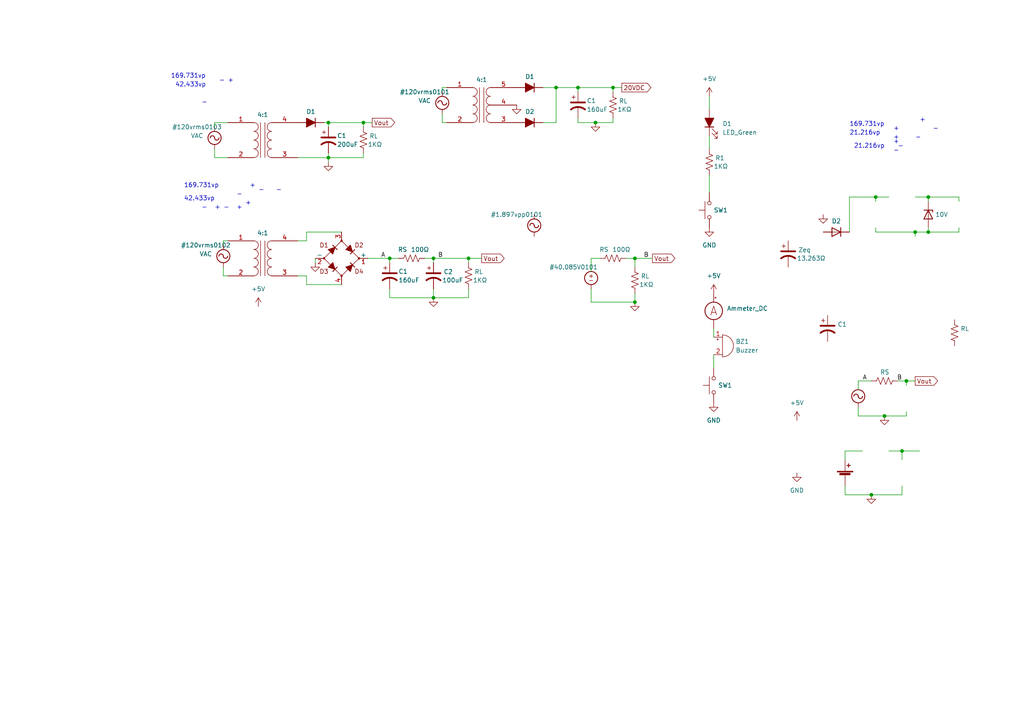
<source format=kicad_sch>
(kicad_sch (version 20211123) (generator eeschema)
  (paper "A4")
  (lib_symbols
    (symbol "AT42QT1010-M_1"
      (property "Reference" "U1" (at 3.81 8.89 0))
      (property "Value" "HC-SR04" (at 10.16 6.35 0))
      (symbol "AT42QT1010-M_1_1_1"
        (pin passive line (at 0 -7.62 90) (length 2.54) hide (name "") (number ""))
        (pin passive line (at 10.16 1.27 180) (length 2.54) (name "Echo") (number ""))
        (pin power_in line (at 0 -7.62 90) (length 2.54) (name "Gnd") (number ""))
        (pin passive line (at 10.16 -1.27 180) (length 2.54) (name "Trig") (number ""))
        (pin power_in line (at 0 7.62 270) (length 2.54) (name "Vcc") (number ""))
      )
    )
    (symbol "AT42QT1010-M_2"
      (property "Reference" "U2" (at -1.27 8.89 0))
      (property "Value" "Joystick" (at -1.27 6.35 0))
      (symbol "AT42QT1010-M_2_1_1"
        (pin passive line (at 0 -7.62 90) (length 2.54) hide (name "") (number ""))
        (pin passive line (at 10.16 -2.54 180) (length 2.54) (name "B") (number ""))
        (pin power_in line (at 0 -7.62 90) (length 2.54) (name "G") (number ""))
        (pin power_in line (at 0 7.62 270) (length 2.54) (name "V") (number ""))
        (pin passive line (at 10.16 2.54 180) (length 2.54) (name "X") (number ""))
        (pin passive line (at 10.16 0 180) (length 2.54) (name "Y") (number ""))
      )
    )
    (symbol "AT42QT1010-M_3"
      (property "Reference" "U?" (at -1.27 8.89 0))
      (property "Value" "AT42QT1010-M_3" (at -1.27 6.35 0))
      (symbol "AT42QT1010-M_3_1_1"
        (pin passive line (at 0 -10.16 90) (length 2.54) hide (name "") (number ""))
        (pin passive line (at 10.16 3.81 180) (length 2.54) (name "A") (number ""))
        (pin passive line (at 10.16 1.27 180) (length 2.54) (name "B") (number ""))
        (pin passive line (at 10.16 -3.81 180) (length 2.54) (name "C") (number ""))
        (pin passive line (at 10.16 -6.35 180) (length 2.54) (name "D") (number ""))
        (pin power_in line (at 0 -10.16 90) (length 2.54) (name "G") (number ""))
        (pin passive line (at -10.16 2.54 0) (length 2.54) (name "IN1") (number ""))
        (pin passive line (at -10.16 0 0) (length 2.54) (name "IN2") (number ""))
        (pin passive line (at -10.16 -2.54 0) (length 2.54) (name "IN3") (number ""))
        (pin passive line (at -10.16 -5.08 0) (length 2.54) (name "IN4") (number ""))
        (pin power_in line (at 0 7.62 270) (length 2.54) (name "V") (number ""))
        (pin passive line (at 10.16 -1.27 180) (length 2.54) (name "Y") (number ""))
      )
    )
    (symbol "AT42QT1010-M_4"
      (property "Reference" "U?" (at 5.08 8.89 0))
      (property "Value" "AT42QT1010-M_4" (at 17.78 6.35 0))
      (symbol "AT42QT1010-M_4_1_1"
        (pin passive line (at 0 -10.16 90) (length 2.54) hide (name "") (number ""))
        (pin power_in line (at 0 -10.16 90) (length 2.54) (name "G") (number ""))
        (pin passive line (at -10.16 -2.54 0) (length 2.54) (name "SCL") (number ""))
        (pin passive line (at -10.16 0 0) (length 2.54) (name "SDA") (number ""))
        (pin power_in line (at 0 7.62 270) (length 2.54) (name "V") (number ""))
      )
    )
    (symbol "AT42QT1010-M_5"
      (property "Reference" "U?" (at 5.08 8.89 0))
      (property "Value" "AT42QT1010-M_5" (at 12.7 6.35 0))
      (symbol "AT42QT1010-M_5_1_1"
        (pin passive line (at 0 -10.16 90) (length 2.54) hide (name "") (number ""))
        (pin power_in line (at 0 -10.16 90) (length 2.54) (name "GND") (number ""))
        (pin passive line (at -10.16 0 0) (length 2.54) (name "SDA") (number ""))
        (pin passive line (at -10.16 -2.54 0) (length 2.54) (name "SDL") (number ""))
        (pin power_in line (at 0 7.62 270) (length 2.54) (name "VCC") (number ""))
      )
    )
    (symbol "Arduino_Nano_v3.x_1"
      (property "Reference" "A1_Nano1" (at 3.81 1.27 0))
      (symbol "Arduino_Nano_v3.x_1_1_1"
        (pin bidirectional line (at -12.7 12.7 0) (length 2.54) (name "D1/TX") (number "1"))
        (pin bidirectional line (at -12.7 -2.54 0) (length 2.54) (name "D7") (number "10"))
        (pin bidirectional line (at -12.7 -5.08 0) (length 2.54) (name "D8") (number "11"))
        (pin bidirectional line (at -12.7 -7.62 0) (length 2.54) (name "D9") (number "12"))
        (pin bidirectional line (at -12.7 -10.16 0) (length 2.54) (name "D10") (number "13"))
        (pin bidirectional line (at -12.7 -12.7 0) (length 2.54) (name "D11") (number "14"))
        (pin bidirectional line (at -12.7 -15.24 0) (length 2.54) (name "D12") (number "15"))
        (pin bidirectional line (at -12.7 -17.78 0) (length 2.54) (name "D13") (number "16"))
        (pin power_out line (at 7.62 25.4 270) (length 2.54) (name "3V3") (number "17"))
        (pin input line (at 12.7 5.08 180) (length 2.54) (name "AREF") (number "18"))
        (pin bidirectional line (at 12.7 0 180) (length 2.54) (name "A0") (number "19"))
        (pin bidirectional line (at -12.7 15.24 0) (length 2.54) (name "D0/RX") (number "2"))
        (pin bidirectional line (at 12.7 -2.54 180) (length 2.54) (name "A1") (number "20"))
        (pin bidirectional line (at 12.7 -5.08 180) (length 2.54) (name "A2") (number "21"))
        (pin bidirectional line (at 12.7 -7.62 180) (length 2.54) (name "A3") (number "22"))
        (pin bidirectional line (at 12.7 -10.16 180) (length 2.54) (name "A4") (number "23"))
        (pin bidirectional line (at 12.7 -12.7 180) (length 2.54) (name "A5") (number "24"))
        (pin bidirectional line (at 12.7 -15.24 180) (length 2.54) (name "A6") (number "25"))
        (pin bidirectional line (at 12.7 -17.78 180) (length 2.54) (name "A7") (number "26"))
        (pin power_out line (at 5.08 25.4 270) (length 2.54) (name "+5V") (number "27"))
        (pin input line (at 12.7 15.24 180) (length 2.54) (name "~{RESET}") (number "28"))
        (pin power_in line (at 2.54 -25.4 90) (length 2.54) (name "GND") (number "29"))
        (pin input line (at 12.7 12.7 180) (length 2.54) (name "~{RESET}") (number "3"))
        (pin power_in line (at -2.54 25.4 270) (length 2.54) (name "VIN") (number "30"))
        (pin power_in line (at 0 -25.4 90) (length 2.54) (name "GND") (number "4"))
        (pin bidirectional line (at -12.7 10.16 0) (length 2.54) (name "D2") (number "5"))
        (pin bidirectional line (at -12.7 7.62 0) (length 2.54) (name "D3") (number "6"))
        (pin bidirectional line (at -12.7 5.08 0) (length 2.54) (name "D4") (number "7"))
        (pin bidirectional line (at -12.7 2.54 0) (length 2.54) (name "D5") (number "8"))
        (pin bidirectional line (at -12.7 0 0) (length 2.54) (name "D6") (number "9"))
      )
    )
    (symbol "DIODE_1" (pin_numbers hide) (pin_names (offset 1.016) hide)
      (property "Reference" "D1" (at 0 3.175 0))
      (symbol "DIODE_1_1_1"
        (pin passive line (at -3.81 0 0) (length 2.54) (name "A") (number "1"))
        (pin passive line (at 3.81 0 180) (length 2.54) (name "K") (number "2"))
      )
    )
    (symbol "Device:Ammeter_DC" (pin_numbers hide) (pin_names (offset 0.0254) hide)
      (property "Reference" "MES?" (at 3.81 1.7146 0))
      (property "Value" "Ammeter_DC" (at 3.81 -0.8254 0))
      (symbol "Ammeter_DC_0_0"
        (text "A" (at 0 0 0) (effects (font (size 2.54 2.54))))
      )
      (symbol "Ammeter_DC_1_1"
        (pin passive line (at 0 -5.08 90) (length 2.54) (name "-") (number "1"))
        (pin passive line (at 0 5.08 270) (length 2.54) (name "+") (number "2"))
      )
    )
    (symbol "Device:Battery_Cell" (pin_numbers hide) (pin_names (offset 0) hide)
      (property "Reference" "BT" (at 2.54 2.54 0))
      (property "Value" "Battery_Cell" (at 2.54 0 0))
      (symbol "Battery_Cell_1_1"
        (pin passive line (at 0 5.08 270) (length 2.54) (name "+") (number "1"))
        (pin passive line (at 0 -2.54 90) (length 2.54) (name "-") (number "2"))
      )
    )
    (symbol "Device:Buzzer" (pin_names (offset 0.0254) hide)
      (property "Reference" "BZ" (at 3.81 1.27 0))
      (property "Value" "Buzzer" (at 3.81 -1.27 0))
      (symbol "Buzzer_1_1"
        (pin passive line (at -2.54 2.54 0) (length 2.54) (name "-") (number "1"))
        (pin passive line (at -2.54 -2.54 0) (length 2.54) (name "+") (number "2"))
      )
    )
    (symbol "Device:D_Bridge_+-AA" (pin_names (offset 0))
      (symbol "D_Bridge_+-AA_0_0"
        (text "D1" (at -5.08 3.81 0) (effects (font (size 1.27 1.27))))
        (text "D2" (at 5.08 3.81 0) (effects (font (size 1.27 1.27))))
        (text "D3" (at -5.08 -3.81 0) (effects (font (size 1.27 1.27))))
        (text "D4" (at 5.08 -3.81 0) (effects (font (size 1.27 1.27))))
      )
      (symbol "D_Bridge_+-AA_1_1"
        (pin passive line (at 7.62 0 180) (length 2.54) (name "+") (number "1"))
        (pin passive line (at -7.62 0 0) (length 2.54) (name "-") (number "2"))
        (pin passive line (at 0 7.62 270) (length 2.54) (name "~") (number "3"))
        (pin passive line (at 0 -7.62 90) (length 2.54) (name "~") (number "4"))
      )
    )
    (symbol "Device:D_Zener" (pin_numbers hide) (pin_names (offset 1.016) hide)
      (property "Reference" "D" (at 0 2.54 0))
      (property "Value" "D_Zener" (at 0 -2.54 0))
      (symbol "D_Zener_1_1"
        (pin passive line (at -3.81 0 0) (length 2.54) (name "K") (number "1"))
        (pin passive line (at 3.81 0 180) (length 2.54) (name "A") (number "2"))
      )
    )
    (symbol "Device:LED_BGRK" (pin_names (offset 0) hide)
      (property "Reference" "D1" (at 8.89 1.2701 90))
      (property "Value" "Traffic_Light_Sensor" (at 8.89 -1.2699 90))
      (symbol "LED_BGRK_0_0"
        (text "G" (at 3.81 6.35 0) (effects (font (size 1.27 1.27))))
        (text "GND" (at -5.08 1.27 0) (effects (font (size 1.27 1.27))))
        (text "R" (at 3.81 -3.81 0) (effects (font (size 1.27 1.27))))
        (text "Y" (at 3.81 1.27 0) (effects (font (size 1.27 1.27))))
      )
      (symbol "LED_BGRK_1_1"
        (pin passive line (at 5.08 -5.08 180) (length 2.54) (name "BA") (number "1"))
        (pin passive line (at 5.08 0 180) (length 2.54) (name "GA") (number "2"))
        (pin passive line (at 5.08 5.08 180) (length 2.54) (name "RA") (number "3"))
        (pin passive line (at -5.08 0 0) (length 2.54) (name "K") (number "4"))
      )
    )
    (symbol "Device:LED_Filled" (pin_numbers hide) (pin_names (offset 1.016) hide)
      (property "Reference" "D" (at 0 2.54 0))
      (property "Value" "LED_Filled" (at 0 -2.54 0))
      (symbol "LED_Filled_1_1"
        (pin passive line (at -3.81 0 0) (length 2.54) (name "K") (number "1"))
        (pin passive line (at 3.81 0 180) (length 2.54) (name "A") (number "2"))
      )
    )
    (symbol "Device:R_Potentiometer_US" (pin_names (offset 1.016) hide)
      (property "Reference" "RV" (at -4.445 0 90))
      (property "Value" "R_Potentiometer_US" (at -2.54 0 90))
      (symbol "R_Potentiometer_US_1_1"
        (pin passive line (at 0 3.81 270) (length 1.27) (name "1") (number "1"))
        (pin passive line (at 3.81 0 180) (length 1.27) (name "2") (number "2"))
        (pin passive line (at 0 -3.81 90) (length 1.27) (name "3") (number "3"))
      )
    )
    (symbol "Device:R_US" (pin_numbers hide) (pin_names (offset 0))
      (property "Reference" "R" (at 2.54 0 90))
      (property "Value" "R_US" (at -2.54 0 90))
      (symbol "R_US_1_1"
        (pin passive line (at 0 3.81 270) (length 1.27) (name "~") (number "1"))
        (pin passive line (at 0 -3.81 90) (length 1.27) (name "~") (number "2"))
      )
    )
    (symbol "Device:Transformer_1P_1S" (pin_names (offset 1.016) hide)
      (property "Reference" "T" (at 0 6.35 0))
      (property "Value" "Transformer_1P_1S" (at 0 -7.62 0))
      (symbol "Transformer_1P_1S_1_1"
        (pin passive line (at -10.16 5.08 0) (length 7.62) (name "AA") (number "1"))
        (pin passive line (at -10.16 -5.08 0) (length 7.62) (name "AB") (number "2"))
        (pin passive line (at 10.16 -5.08 180) (length 7.62) (name "SA") (number "3"))
        (pin passive line (at 10.16 5.08 180) (length 7.62) (name "SB") (number "4"))
      )
    )
    (symbol "Device:Transformer_1P_SS" (pin_names (offset 1.016) hide)
      (property "Reference" "T" (at 0 6.35 0))
      (property "Value" "Transformer_1P_SS" (at 0 -7.62 0))
      (symbol "Transformer_1P_SS_1_1"
        (pin passive line (at -10.16 5.08 0) (length 7.62) (name "AA") (number "1"))
        (pin passive line (at -10.16 -5.08 0) (length 7.62) (name "AB") (number "2"))
        (pin passive line (at 10.16 -5.08 180) (length 7.62) (name "SA") (number "3"))
        (pin passive line (at 10.16 0 180) (length 7.62) (name "SC") (number "4"))
        (pin passive line (at 10.16 5.08 180) (length 7.62) (name "SB") (number "5"))
      )
    )
    (symbol "Display_Character:WC1602A"
      (property "Reference" "LCD1" (at 8.89 1.2701 0))
      (property "Value" "0802A" (at 8.89 -1.2699 0))
      (symbol "WC1602A_1_1"
        (pin power_in line (at 0 -20.32 90) (length 2.54) (name "Gnd") (number "1"))
        (pin input line (at -10.16 1.27 0) (length 2.54) (name "D3") (number "10"))
        (pin input line (at -10.16 3.81 0) (length 2.54) (name "D4") (number "11"))
        (pin input line (at -10.16 6.35 0) (length 2.54) (name "D5") (number "12"))
        (pin input line (at -10.16 8.89 0) (length 2.54) (name "D6") (number "13"))
        (pin input line (at -10.16 11.43 0) (length 2.54) (name "D7") (number "14"))
        (pin power_in line (at 0 20.32 270) (length 2.54) (name "Vcc") (number "2"))
        (pin input line (at 3.81 20.32 270) (length 2.54) (name "VO") (number "3"))
        (pin input line (at -10.16 -13.97 0) (length 2.54) (name "RS") (number "4"))
        (pin input line (at 3.81 -20.32 90) (length 2.54) (name "R/W") (number "5"))
        (pin input line (at -10.16 -11.43 0) (length 2.54) (name "E") (number "6"))
        (pin input line (at -10.16 -6.35 0) (length 2.54) (name "D0") (number "7"))
        (pin input line (at -10.16 -3.81 0) (length 2.54) (name "D1") (number "8"))
        (pin input line (at -10.16 -1.27 0) (length 2.54) (name "D2") (number "9"))
      )
    )
    (symbol "MCU_Module:Arduino_Nano_v3.x"
      (property "Reference" "A" (at -10.16 23.495 0))
      (property "Value" "Arduino_Nano_v3.x" (at 5.08 -24.13 0))
      (symbol "Arduino_Nano_v3.x_1_1"
        (pin bidirectional line (at -12.7 12.7 0) (length 2.54) (name "D1/TX") (number "1"))
        (pin bidirectional line (at -12.7 -2.54 0) (length 2.54) (name "D7") (number "10"))
        (pin bidirectional line (at -12.7 -5.08 0) (length 2.54) (name "D8") (number "11"))
        (pin bidirectional line (at -12.7 -7.62 0) (length 2.54) (name "D9") (number "12"))
        (pin bidirectional line (at -12.7 -10.16 0) (length 2.54) (name "D10") (number "13"))
        (pin bidirectional line (at -12.7 -12.7 0) (length 2.54) (name "D11") (number "14"))
        (pin bidirectional line (at -12.7 -15.24 0) (length 2.54) (name "D12") (number "15"))
        (pin bidirectional line (at -12.7 -17.78 0) (length 2.54) (name "D13") (number "16"))
        (pin power_out line (at 2.54 25.4 270) (length 2.54) (name "3V3") (number "17"))
        (pin input line (at 12.7 5.08 180) (length 2.54) (name "AREF") (number "18"))
        (pin bidirectional line (at 12.7 0 180) (length 2.54) (name "A0") (number "19"))
        (pin bidirectional line (at -12.7 15.24 0) (length 2.54) (name "D0/RX") (number "2"))
        (pin bidirectional line (at 12.7 -2.54 180) (length 2.54) (name "A1") (number "20"))
        (pin bidirectional line (at 12.7 -5.08 180) (length 2.54) (name "A2") (number "21"))
        (pin bidirectional line (at 12.7 -7.62 180) (length 2.54) (name "A3") (number "22"))
        (pin bidirectional line (at 12.7 -10.16 180) (length 2.54) (name "A4") (number "23"))
        (pin bidirectional line (at 12.7 -12.7 180) (length 2.54) (name "A5") (number "24"))
        (pin bidirectional line (at 12.7 -15.24 180) (length 2.54) (name "A6") (number "25"))
        (pin bidirectional line (at 12.7 -17.78 180) (length 2.54) (name "A7") (number "26"))
        (pin power_out line (at 5.08 25.4 270) (length 2.54) (name "+5V") (number "27"))
        (pin input line (at 12.7 15.24 180) (length 2.54) (name "~{RESET}") (number "28"))
        (pin power_in line (at 2.54 -25.4 90) (length 2.54) (name "GND") (number "29"))
        (pin input line (at 12.7 12.7 180) (length 2.54) (name "~{RESET}") (number "3"))
        (pin power_in line (at -2.54 25.4 270) (length 2.54) (name "VIN") (number "30"))
        (pin power_in line (at 0 -25.4 90) (length 2.54) (name "GND") (number "4"))
        (pin bidirectional line (at -12.7 10.16 0) (length 2.54) (name "D2") (number "5"))
        (pin bidirectional line (at -12.7 7.62 0) (length 2.54) (name "D3") (number "6"))
        (pin bidirectional line (at -12.7 5.08 0) (length 2.54) (name "D4") (number "7"))
        (pin bidirectional line (at -12.7 2.54 0) (length 2.54) (name "D5") (number "8"))
        (pin bidirectional line (at -12.7 0 0) (length 2.54) (name "D6") (number "9"))
      )
    )
    (symbol "Motor:Motor_Servo_Robbe" (pin_names (offset 0.0254))
      (property "Reference" "M?" (at 8.89 1.7035 0))
      (property "Value" "Motor_Servo_Robbe" (at 8.89 -0.8365 0))
      (symbol "Motor_Servo_Robbe_1_1"
        (pin passive line (at -7.62 -2.54 0) (length 2.54) (name "BRN") (number ""))
        (pin passive line (at -7.62 0 0) (length 2.54) (name "ORG") (number ""))
        (pin passive line (at -7.62 2.54 0) (length 2.54) (name "RED") (number ""))
      )
    )
    (symbol "Motor:Stepper_Motor_unipolar_5pin" (pin_names (offset 0) hide)
      (property "Reference" "M?" (at 5.08 0.2922 90))
      (property "Value" "Stepper_Motor_unipolar_5pin" (at 5.08 -2.2478 90))
      (symbol "Stepper_Motor_unipolar_5pin_1_1"
        (pin passive line (at 2.54 7.62 270) (length 2.54) (name "-") (number ""))
        (pin passive line (at -7.62 -2.54 0) (length 2.54) (name "~") (number ""))
        (pin passive line (at -7.62 2.54 0) (length 2.54) (name "~") (number ""))
        (pin passive line (at -5.08 7.62 270) (length 2.54) (name "~") (number ""))
        (pin passive line (at -2.54 7.62 270) (length 2.54) (name "~") (number ""))
      )
    )
    (symbol "PowerSupplies-rescue:CP1-Device" (pin_numbers hide) (pin_names (offset 0.254) hide)
      (property "Reference" "C" (at 0.635 2.54 0))
      (property "Value" "CP1-Device" (at 0.635 -2.54 0))
      (symbol "CP1-Device_1_1"
        (pin passive line (at 0 3.81 270) (length 2.794) (name "~") (number "1"))
        (pin passive line (at 0 -3.81 90) (length 3.302) (name "~") (number "2"))
      )
    )
    (symbol "Sensor_Touch:AT42QT1010-M"
      (property "Reference" "U2" (at 5.08 10.16 0))
      (property "Value" "PIR Motion Sensor" (at 25.4 7.62 0))
      (symbol "AT42QT1010-M_1_1"
        (pin passive line (at 0 -7.62 90) (length 2.54) hide (name "") (number ""))
        (pin power_in line (at 0 -7.62 90) (length 2.54) (name "G") (number ""))
        (pin passive line (at 10.16 -2.54 180) (length 2.54) (name "S") (number ""))
        (pin power_in line (at 0 7.62 270) (length 2.54) (name "V") (number ""))
      )
    )
    (symbol "Simulation_SPICE:DIODE" (pin_numbers hide) (pin_names (offset 1.016) hide)
      (property "Reference" "D" (at 0 2.54 0))
      (property "Value" "DIODE" (at 0 -2.54 0))
      (symbol "DIODE_1_1"
        (pin passive line (at -3.81 0 0) (length 2.54) (name "A") (number "1"))
        (pin passive line (at 3.81 0 180) (length 2.54) (name "K") (number "2"))
      )
    )
    (symbol "Switch:SW_Push" (pin_numbers hide) (pin_names (offset 1.016) hide)
      (property "Reference" "SW" (at 1.27 2.54 0))
      (property "Value" "SW_Push" (at 0 -1.524 0))
      (symbol "SW_Push_0_1"
        (pin passive line (at -5.08 0 0) (length 2.54) (name "1") (number "1"))
        (pin passive line (at 5.08 0 180) (length 2.54) (name "2") (number "2"))
      )
    )
    (symbol "power:+5V" (power) (pin_names (offset 0))
      (property "Value" "+5V" (at 0 3.556 0))
      (symbol "+5V_1_1"
        (pin power_in line (at 0 0 90) (length 0) hide (name "+5V") (number "1"))
      )
    )
    (symbol "power:+VDC" (power) (pin_names (offset 0))
      (property "Value" "+VDC" (at -3.81 6.35 0))
      (symbol "+VDC_0_0"
        (text "+" (at 0 3.81 0) (effects (font (size 1.27 1.27))))
        (text "-" (at 0 2.54 0) (effects (font (size 1.27 1.27))))
      )
      (symbol "+VDC_1_1"
        (pin input line (at 0 5.08 90) (length 2.54) hide (name "") (number ""))
        (pin power_in line (at 0 0 90) (length 0) hide (name "+VDC") (number "1"))
      )
    )
    (symbol "power:AC" (power) (pin_names (offset 0))
      (property "Value" "AC" (at 0 6.35 0))
      (symbol "AC_1_1"
        (pin power_in line (at 0 0 90) (length 0) hide (name "AC") (number "1"))
      )
    )
    (symbol "power:GND" (power) (pin_names (offset 0))
      (property "Value" "GND" (at 0 -3.81 0))
      (symbol "GND_1_1"
        (pin power_in line (at 0 0 270) (length 0) hide (name "GND") (number "1"))
      )
    )
    (symbol "power:VAC" (power) (pin_names (offset 0))
      (property "Value" "VAC" (at -3.81 5.08 0))
      (symbol "VAC_1_1"
        (pin input line (at 0 6.35 270) (length 1.25) (name "") (number ""))
        (pin power_in line (at 0 0 90) (length 2.54) hide (name "VAC") (number "1"))
      )
    )
  )
  (junction (at 105.41 35.56))
  (junction (at 388.62 196.85))
  (junction (at 161.29 25.4))
  (junction (at 125.73 74.93))
  (junction (at 265.43 67.31))
  (junction (at 269.24 57.15))
  (junction (at 254 57.15))
  (junction (at -80.01 142.24))
  (junction (at 252.73 143.51))
  (junction (at 256.54 120.65))
  (junction (at 184.15 74.93))
  (junction (at 269.24 67.31))
  (junction (at 135.89 74.93))
  (junction (at 261.62 130.81))
  (junction (at 95.25 35.56))
  (junction (at 167.64 25.4))
  (junction (at 177.8 25.4))
  (junction (at 113.03 74.93))
  (junction (at 172.72 35.56))
  (junction (at 125.73 86.36))
  (junction (at 184.15 87.63))
  (junction (at 262.89 110.49))
  (junction (at 95.25 45.72))
  (no_connect (at 356.87 234.95))
  (no_connect (at 341.63 267.97))
  (no_connect (at 367.03 260.35))
  (no_connect (at 105.41 250.19))
  (no_connect (at 90.17 375.92))
  (no_connect (at -127 274.32))
  (no_connect (at 337.82 182.88))
  (no_connect (at 64.77 358.14))
  (no_connect (at 337.82 172.72))
  (no_connect (at 337.82 187.96))
  (no_connect (at -152.4 292.1))
  (no_connect (at 341.63 247.65))
  (no_connect (at 367.03 257.81))
  (no_connect (at 363.22 160.02))
  (no_connect (at 64.77 383.54))
  (no_connect (at 341.63 265.43))
  (no_connect (at 95.25 260.35))
  (no_connect (at 64.77 370.84))
  (no_connect (at 367.03 250.19))
  (no_connect (at -127 297.18))
  (no_connect (at 64.77 378.46))
  (no_connect (at 90.17 355.6))
  (no_connect (at 74.93 345.44))
  (no_connect (at -127 284.48))
  (no_connect (at 367.03 247.65))
  (no_connect (at -127 276.86))
  (no_connect (at 341.63 245.11))
  (no_connect (at 363.22 190.5))
  (no_connect (at 378.46 175.26))
  (no_connect (at 337.82 157.48))
  (no_connect (at 347.98 147.32))
  (no_connect (at 353.06 147.32))
  (no_connect (at 367.03 265.43))
  (no_connect (at 95.25 290.83))
  (no_connect (at -139.7 314.96))
  (no_connect (at 341.63 270.51))
  (no_connect (at 120.65 267.97))
  (no_connect (at 367.03 273.05))
  (no_connect (at 64.77 375.92))
  (no_connect (at 90.17 386.08))
  (no_connect (at 120.65 290.83))
  (no_connect (at -127 289.56))
  (no_connect (at 120.65 293.37))
  (no_connect (at -152.4 299.72))
  (no_connect (at -127 292.1))
  (no_connect (at 64.77 373.38))
  (no_connect (at 95.25 293.37))
  (no_connect (at 77.47 396.24))
  (no_connect (at 64.77 381))
  (no_connect (at 337.82 180.34))
  (no_connect (at 90.17 388.62))
  (no_connect (at 367.03 262.89))
  (no_connect (at 64.77 365.76))
  (no_connect (at 120.65 273.05))
  (no_connect (at -152.4 307.34))
  (no_connect (at 95.25 283.21))
  (no_connect (at 95.25 278.13))
  (no_connect (at 120.65 262.89))
  (no_connect (at 90.17 365.76))
  (no_connect (at 367.03 278.13))
  (no_connect (at 120.65 265.43))
  (no_connect (at -127 307.34))
  (no_connect (at 337.82 175.26))
  (no_connect (at 95.25 262.89))
  (no_connect (at 64.77 388.62))
  (no_connect (at 363.22 182.88))
  (no_connect (at 341.63 273.05))
  (no_connect (at 90.17 378.46))
  (no_connect (at 378.46 177.8))
  (no_connect (at 354.33 285.75))
  (no_connect (at 120.65 275.59))
  (no_connect (at 337.82 190.5))
  (no_connect (at 367.03 252.73))
  (no_connect (at 107.95 300.99))
  (no_connect (at 90.17 370.84))
  (no_connect (at 341.63 255.27))
  (no_connect (at 363.22 172.72))
  (no_connect (at 350.52 198.12))
  (no_connect (at -137.16 264.16))
  (no_connect (at -152.4 294.64))
  (no_connect (at -127 279.4))
  (no_connect (at -152.4 297.18))
  (no_connect (at 378.46 180.34))
  (no_connect (at 378.46 172.72))
  (no_connect (at 95.25 285.75))
  (no_connect (at 363.22 180.34))
  (no_connect (at -152.4 304.8))
  (no_connect (at -152.4 302.26))
  (no_connect (at -127 294.64))
  (no_connect (at -152.4 276.86))
  (no_connect (at 120.65 260.35))
  (no_connect (at 64.77 368.3))
  (no_connect (at 351.79 234.95))
  (no_connect (at 95.25 288.29))
  (no_connect (at 90.17 358.14))
  (no_connect (at -127 287.02))
  (no_connect (at -152.4 284.48))
  (no_connect (at -152.4 274.32))
  (no_connect (at 367.03 245.11))
  (no_connect (at 64.77 355.6))
  (no_connect (at 64.77 360.68))
  (no_connect (at 95.25 275.59))
  (no_connect (at 341.63 275.59))
  (no_connect (at -152.4 279.4))
  (no_connect (at 64.77 363.22))
  (no_connect (at -152.4 289.56))
  (no_connect (at 120.65 278.13))
  (no_connect (at 110.49 250.19))
  (no_connect (at 363.22 157.48))
  (no_connect (at 90.17 373.38))
  (no_connect (at 337.82 160.02))
  (no_connect (at 95.25 280.67))
  (no_connect (at 336.55 265.43))
  (no_connect (at 120.65 270.51))
  (no_connect (at 337.82 167.64))
  (no_connect (at -127 281.94))
  (no_connect (at -152.4 281.94))
  (no_connect (at 367.03 275.59))
  (no_connect (at 337.82 185.42))
  (no_connect (at 341.63 278.13))
  (no_connect (at 337.82 177.8))
  (no_connect (at 95.25 270.51))
  (no_connect (at -142.24 264.16))
  (no_connect (at -127 304.8))
  (no_connect (at 64.77 386.08))
  (wire (pts (xy 207.01 102.87) (xy 207.01 106.68)))
  (wire (pts (xy -93.98 121.92) (xy -93.98 142.24)))
  (wire (pts (xy 129.54 35.56) (xy 128.27 35.56)))
  (wire (pts (xy 125.73 86.36) (xy 135.89 86.36)))
  (wire (pts (xy 129.54 25.4) (xy 128.27 25.4)))
  (wire (pts (xy 262.89 110.49) (xy 262.89 111.76)))
  (wire (pts (xy 177.8 25.4) (xy 180.34 25.4)))
  (wire (pts (xy 93.98 368.3) (xy 93.98 381)))
  (wire (pts (xy 363.22 167.64) (xy 378.46 167.64)))
  (wire (pts (xy 184.15 74.93) (xy 181.61 74.93)))
  (wire (pts (xy 429.26 177.8) (xy 429.26 142.24)))
  (wire (pts (xy 184.15 87.63) (xy 171.45 87.63)))
  (wire (pts (xy 113.03 86.36) (xy 125.73 86.36)))
  (wire (pts (xy 278.13 66.04) (xy 278.13 67.31)))
  (wire (pts (xy 113.03 74.93) (xy 115.57 74.93)))
  (wire (pts (xy 95.25 35.56) (xy 105.41 35.56)))
  (wire (pts (xy 125.73 76.2) (xy 125.73 74.93)))
  (wire (pts (xy 369.57 175.26) (xy 363.22 175.26)))
  (wire (pts (xy 157.48 35.56) (xy 161.29 35.56)))
  (wire (pts (xy 269.24 67.31) (xy 278.13 67.31)))
  (wire (pts (xy 184.15 74.93) (xy 189.23 74.93)))
  (wire (pts (xy 88.9 82.55) (xy 88.9 80.01)))
  (wire (pts (xy 248.92 110.49) (xy 252.73 110.49)))
  (wire (pts (xy 184.15 85.09) (xy 184.15 87.63)))
  (wire (pts (xy 375.92 144.78) (xy 426.72 144.78)))
  (wire (pts (xy 161.29 276.86) (xy 162.56 276.86)))
  (wire (pts (xy 265.43 67.31) (xy 269.24 67.31)))
  (wire (pts (xy 245.11 143.51) (xy 252.73 143.51)))
  (wire (pts (xy 459.74 288.29) (xy 459.74 252.73)))
  (wire (pts (xy -93.98 96.52) (xy -93.98 116.84)))
  (wire (pts (xy 88.9 69.85) (xy 86.36 69.85)))
  (wire (pts (xy 318.77 68.58) (xy 318.77 72.39)))
  (wire (pts (xy 90.17 383.54) (xy 96.52 383.54)))
  (wire (pts (xy 363.22 165.1) (xy 378.46 165.1)))
  (wire (pts (xy 254 57.15) (xy 254 58.42)))
  (wire (pts (xy 367.03 270.51) (xy 381 270.51)))
  (wire (pts (xy 254 66.04) (xy 254 67.31)))
  (wire (pts (xy 172.72 289.56) (xy 172.72 287.02)))
  (wire (pts (xy 261.62 130.81) (xy 257.81 130.81)))
  (wire (pts (xy 157.48 25.4) (xy 161.29 25.4)))
  (wire (pts (xy 336.55 262.89) (xy 341.63 262.89)))
  (wire (pts (xy 260.35 110.49) (xy 262.89 110.49)))
  (wire (pts (xy 369.57 142.24) (xy 369.57 175.26)))
  (wire (pts (xy 262.89 119.38) (xy 262.89 120.65)))
  (wire (pts (xy 205.74 27.94) (xy 205.74 31.75)))
  (wire (pts (xy 86.36 45.72) (xy 95.25 45.72)))
  (wire (pts (xy 171.45 83.82) (xy 171.45 87.63)))
  (wire (pts (xy 128.27 25.4) (xy 128.27 26.67)))
  (wire (pts (xy 246.38 57.15) (xy 254 57.15)))
  (wire (pts (xy 453.39 288.29) (xy 459.74 288.29)))
  (wire (pts (xy 105.41 35.56) (xy 107.95 35.56)))
  (wire (pts (xy 125.73 74.93) (xy 123.19 74.93)))
  (wire (pts (xy 66.04 69.85) (xy 64.77 69.85)))
  (wire (pts (xy 167.64 34.29) (xy 167.64 35.56)))
  (wire (pts (xy 388.62 152.4) (xy 388.62 153.67)))
  (wire (pts (xy 64.77 69.85) (xy 64.77 71.12)))
  (wire (pts (xy 363.22 187.96) (xy 378.46 187.96)))
  (wire (pts (xy 96.52 370.84) (xy 96.52 383.54)))
  (wire (pts (xy -27.94 71.12) (xy -27.94 77.47)))
  (wire (pts (xy 388.62 194.31) (xy 388.62 196.85)))
  (wire (pts (xy 149.86 287.02) (xy 167.64 287.02)))
  (wire (pts (xy 426.72 175.26) (xy 426.72 144.78)))
  (wire (pts (xy 109.22 360.68) (xy 109.22 345.44)))
  (wire (pts (xy 269.24 66.04) (xy 269.24 67.31)))
  (wire (pts (xy 135.89 83.82) (xy 135.89 86.36)))
  (wire (pts (xy 184.15 77.47) (xy 184.15 74.93)))
  (wire (pts (xy 422.91 175.26) (xy 426.72 175.26)))
  (wire (pts (xy 262.89 120.65) (xy 256.54 120.65)))
  (wire (pts (xy 248.92 120.65) (xy 256.54 120.65)))
  (wire (pts (xy 172.72 35.56) (xy 177.8 35.56)))
  (wire (pts (xy 120.65 285.75) (xy 129.54 285.75)))
  (wire (pts (xy 252.73 143.51) (xy 261.62 143.51)))
  (wire (pts (xy 90.17 381) (xy 93.98 381)))
  (wire (pts (xy 85.09 345.44) (xy 109.22 345.44)))
  (wire (pts (xy 99.06 368.3) (xy 93.98 368.3)))
  (wire (pts (xy 261.62 143.51) (xy 261.62 140.97)))
  (wire (pts (xy 254 57.15) (xy 257.81 57.15)))
  (wire (pts (xy 167.64 25.4) (xy 161.29 25.4)))
  (wire (pts (xy 248.92 110.49) (xy 248.92 113.03)))
  (wire (pts (xy -27.94 55.88) (xy -27.94 63.5)))
  (wire (pts (xy 120.65 288.29) (xy 129.54 288.29)))
  (wire (pts (xy 381 248.92) (xy 374.65 248.92)))
  (wire (pts (xy 265.43 68.58) (xy 265.43 67.31)))
  (wire (pts (xy 105.41 44.45) (xy 105.41 45.72)))
  (wire (pts (xy -93.98 142.24) (xy -80.01 142.24)))
  (wire (pts (xy 245.11 133.35) (xy 245.11 130.81)))
  (wire (pts (xy 398.78 156.21) (xy 400.05 156.21)))
  (wire (pts (xy 245.11 140.97) (xy 245.11 143.51)))
  (wire (pts (xy 422.91 177.8) (xy 429.26 177.8)))
  (wire (pts (xy 363.22 177.8) (xy 375.92 177.8)))
  (wire (pts (xy 62.23 43.18) (xy 62.23 45.72)))
  (wire (pts (xy 336.55 260.35) (xy 341.63 260.35)))
  (wire (pts (xy 205.74 50.8) (xy 205.74 55.88)))
  (wire (pts (xy 254 67.31) (xy 265.43 67.31)))
  (wire (pts (xy -22.86 120.65) (xy -22.86 123.19)))
  (wire (pts (xy 398.78 156.21) (xy 398.78 153.67)))
  (wire (pts (xy 388.62 196.85) (xy 392.43 196.85)))
  (wire (pts (xy 269.24 58.42) (xy 269.24 57.15)))
  (wire (pts (xy 88.9 80.01) (xy 86.36 80.01)))
  (wire (pts (xy 167.64 26.67) (xy 167.64 25.4)))
  (wire (pts (xy -27.94 77.47) (xy -35.56 77.47)))
  (wire (pts (xy 66.04 80.01) (xy 64.77 80.01)))
  (wire (pts (xy 91.44 74.93) (xy 91.44 76.2)))
  (wire (pts (xy 113.03 83.82) (xy 113.03 86.36)))
  (wire (pts (xy 374.65 248.92) (xy 374.65 267.97)))
  (wire (pts (xy 246.38 67.31) (xy 246.38 57.15)))
  (wire (pts (xy 149.86 289.56) (xy 172.72 289.56)))
  (wire (pts (xy 363.22 170.18) (xy 378.46 170.18)))
  (wire (pts (xy 392.43 153.67) (xy 398.78 153.67)))
  (wire (pts (xy 120.65 280.67) (xy 129.54 280.67)))
  (wire (pts (xy 177.8 34.29) (xy 177.8 35.56)))
  (wire (pts (xy 323.85 71.12) (xy 323.85 72.39)))
  (wire (pts (xy -39.37 123.19) (xy -22.86 123.19)))
  (wire (pts (xy 149.86 281.94) (xy 162.56 281.94)))
  (wire (pts (xy 95.25 45.72) (xy 95.25 46.99)))
  (wire (pts (xy 161.29 25.4) (xy 161.29 35.56)))
  (wire (pts (xy 161.29 279.4) (xy 161.29 276.86)))
  (wire (pts (xy 278.13 57.15) (xy 278.13 58.42)))
  (wire (pts (xy 120.65 283.21) (xy 129.54 283.21)))
  (wire (pts (xy 62.23 35.56) (xy 66.04 35.56)))
  (wire (pts (xy 278.13 57.15) (xy 269.24 57.15)))
  (wire (pts (xy 135.89 76.2) (xy 135.89 74.93)))
  (wire (pts (xy 95.25 35.56) (xy 95.25 36.83)))
  (wire (pts (xy 105.41 35.56) (xy 105.41 36.83)))
  (wire (pts (xy 453.39 285.75) (xy 457.2 285.75)))
  (wire (pts (xy 149.86 279.4) (xy 161.29 279.4)))
  (wire (pts (xy 106.68 74.93) (xy 113.03 74.93)))
  (wire (pts (xy 62.23 35.56) (xy 62.23 36.83)))
  (wire (pts (xy 88.9 67.31) (xy 88.9 69.85)))
  (wire (pts (xy 177.8 25.4) (xy 177.8 26.67)))
  (wire (pts (xy 457.2 285.75) (xy 457.2 255.27)))
  (wire (pts (xy 313.69 66.04) (xy 313.69 72.39)))
  (wire (pts (xy -127 302.26) (xy -118.11 302.26)))
  (wire (pts (xy 99.06 370.84) (xy 96.52 370.84)))
  (wire (pts (xy 245.11 130.81) (xy 250.19 130.81)))
  (wire (pts (xy 125.73 74.93) (xy 135.89 74.93)))
  (wire (pts (xy 363.22 185.42) (xy 378.46 185.42)))
  (wire (pts (xy 363.22 162.56) (xy 378.46 162.56)))
  (wire (pts (xy 392.43 196.85) (xy 392.43 194.31)))
  (wire (pts (xy 135.89 74.93) (xy 139.7 74.93)))
  (wire (pts (xy 205.74 39.37) (xy 205.74 43.18)))
  (wire (pts (xy 95.25 45.72) (xy 105.41 45.72)))
  (wire (pts (xy 318.77 82.55) (xy 318.77 85.09)))
  (wire (pts (xy 167.64 25.4) (xy 177.8 25.4)))
  (wire (pts (xy 173.99 74.93) (xy 171.45 74.93)))
  (wire (pts (xy 367.03 267.97) (xy 374.65 267.97)))
  (wire (pts (xy 149.86 284.48) (xy 162.56 284.48)))
  (wire (pts (xy 99.06 67.31) (xy 88.9 67.31)))
  (wire (pts (xy 66.04 45.72) (xy 62.23 45.72)))
  (wire (pts (xy 64.77 80.01) (xy 64.77 77.47)))
  (wire (pts (xy 262.89 110.49) (xy 265.43 110.49)))
  (wire (pts (xy 95.25 45.72) (xy 95.25 44.45)))
  (wire (pts (xy 269.24 57.15) (xy 265.43 57.15)))
  (wire (pts (xy 207.01 95.25) (xy 207.01 97.79)))
  (wire (pts (xy 248.92 118.11) (xy 248.92 120.65)))
  (wire (pts (xy 113.03 74.93) (xy 113.03 76.2)))
  (wire (pts (xy 261.62 133.35) (xy 261.62 130.81)))
  (wire (pts (xy 375.92 144.78) (xy 375.92 177.8)))
  (wire (pts (xy -127 299.72) (xy -118.11 299.72)))
  (wire (pts (xy 172.72 35.56) (xy 167.64 35.56)))
  (wire (pts (xy 171.45 74.93) (xy 171.45 78.74)))
  (wire (pts (xy 125.73 83.82) (xy 125.73 86.36)))
  (wire (pts (xy 93.98 35.56) (xy 95.25 35.56)))
  (wire (pts (xy 369.57 142.24) (xy 429.26 142.24)))
  (wire (pts (xy 99.06 82.55) (xy 88.9 82.55)))
  (wire (pts (xy 128.27 35.56) (xy 128.27 33.02)))
  (wire (pts (xy -80.01 127) (xy -80.01 142.24)))
  (wire (pts (xy 266.7 130.81) (xy 261.62 130.81)))
  (text "+" (at 68.58 60.96 0) (effects (font (size 1.27 1.27)) (justify left bottom)))
  (text "+" (at 259.08 38.1 0) (effects (font (size 1.27 1.27)) (justify left bottom)))
  (text "+" (at 266.7 35.56 0) (effects (font (size 1.27 1.27)) (justify left bottom)))
  (text "+" (at 62.23 60.96 0) (effects (font (size 1.27 1.27)) (justify left bottom)))
  (text "-" (at 63.5 24.13 0) (effects (font (size 1.27 1.27)) (justify left bottom)))
  (text "42.433vp" (at 53.34 58.42 0) (effects (font (size 1.27 1.27)) (justify left bottom)))
  (text "21.216vp" (at 247.65 43.18 0) (effects (font (size 1.27 1.27)) (justify left bottom)))
  (text "-" (at 259.08 44.45 0) (effects (font (size 1.27 1.27)) (justify left bottom)))
  (text "-" (at 58.42 60.96 0) (effects (font (size 1.27 1.27)) (justify left bottom)))
  (text "169.731vp" (at 246.38 36.83 0) (effects (font (size 1.27 1.27)) (justify left bottom)))
  (text "+" (at 72.39 54.61 0) (effects (font (size 1.27 1.27)) (justify left bottom)))
  (text "169.731vp" (at 53.34 54.61 0) (effects (font (size 1.27 1.27)) (justify left bottom)))
  (text "+" (at 66.04 24.13 0) (effects (font (size 1.27 1.27)) (justify left bottom)))
  (text "-" (at 260.35 43.18 0) (effects (font (size 1.27 1.27)) (justify left bottom)))
  (text "+" (at 259.08 41.91 0) (effects (font (size 1.27 1.27)) (justify left bottom)))
  (text "-" (at 68.58 57.15 0) (effects (font (size 1.27 1.27)) (justify left bottom)))
  (text "-" (at 74.93 55.88 0) (effects (font (size 1.27 1.27)) (justify left bottom)))
  (text "-" (at 64.77 60.96 0) (effects (font (size 1.27 1.27)) (justify left bottom)))
  (text "-" (at 270.51 38.1 0) (effects (font (size 1.27 1.27)) (justify left bottom)))
  (text "169.731vp" (at 49.53 22.86 0) (effects (font (size 1.27 1.27)) (justify left bottom)))
  (text "21.216vp" (at 246.38 39.37 0) (effects (font (size 1.27 1.27)) (justify left bottom)))
  (text "+" (at 259.08 40.64 0) (effects (font (size 1.27 1.27)) (justify left bottom)))
  (text "-" (at 265.43 40.64 0) (effects (font (size 1.27 1.27)) (justify left bottom)))
  (text "+" (at 71.12 59.69 0) (effects (font (size 1.27 1.27)) (justify left bottom)))
  (text "-" (at 58.42 30.48 0) (effects (font (size 1.27 1.27)) (justify left bottom)))
  (text "-" (at 80.01 55.88 0) (effects (font (size 1.27 1.27)) (justify left bottom)))
  (text "42.433vp" (at 50.8 25.4 0) (effects (font (size 1.27 1.27)) (justify left bottom)))
  (label "B" (at 186.69 74.93 0))
  (label "B" (at 127 74.93 0))
  (label "A" (at 110.49 74.93 0))
  (label "A" (at 251.46 110.49 180))
  (label "B" (at 261.62 110.49 180))
  (global_label "Vout" (shape output) (at 139.7 74.93 0) (property "Intersheet References" "${INTERSHEET_REFS}" (effects hide)))
  (global_label "Vout" (shape output) (at 189.23 74.93 0) (property "Intersheet References" "${INTERSHEET_REFS}" (effects hide)))
  (global_label "Vout" (shape output) (at 107.95 35.56 0) (property "Intersheet References" "${INTERSHEET_REFS}" (effects hide)))
  (global_label "20VDC" (shape output) (at 180.34 25.4 0) (property "Intersheet References" "${INTERSHEET_REFS}" (effects hide)))
  (global_label "Vout" (shape output) (at 265.43 110.49 0) (property "Intersheet References" "${INTERSHEET_REFS}" (effects hide)))
  (symbol (lib_id "Device:Transformer_1P_1S") (at 76.2 40.64 0) (unit 1)
    (property "Reference" "T?" (effects hide))
    (property "Value" "4:1" (at 76.2 33.274 0))
  )
  (symbol (lib_id "Device:D_Bridge_+-AA") (at 99.06 74.93 0) (unit 1)
    (property "Reference" "D?" (effects hide))
    (property "Value" "D_Bridge_+-AA" (effects hide))
  )
  (symbol (lib_id "power:GND") (at 91.44 76.2 0) (unit 1)
    (property "Reference" "#PWR?" (effects hide))
    (property "Value" "GND" (effects hide))
  )
  (symbol (lib_id "Device:R_US") (at 276.86 96.52 0) (unit 1)
    (property "Reference" "RL" (at 278.5872 95.3516 0) (effects (justify left)))
    (property "Value" "RL" (effects hide))
  )
  (symbol (lib_id "power:GND") (at 256.54 120.65 0) (unit 1)
    (property "Reference" "#PWR?" (effects hide))
    (property "Value" "GND" (effects hide))
  )
  (symbol (lib_id "Device:R_US") (at 256.54 110.49 270) (unit 1)
    (property "Reference" "RS" (at 255.27 107.95 90) (effects (justify left)))
    (property "Value" "RS" (effects hide))
  )
  (symbol (lib_id "Device:Battery_Cell") (at 245.11 138.43 0) (unit 1)
    (property "Reference" "BT?" (effects hide))
    (property "Value" "Battery_Cell" (effects hide))
  )
  (symbol (lib_id "PowerSupplies-rescue:CP1-Device") (at 125.73 80.01 0) (unit 1)
    (property "Reference" "C2" (at 128.651 78.8416 0) (effects (justify left)))
    (property "Value" "100uF" (at 128.27 81.28 0) (effects (justify left)))
  )
  (symbol (lib_id "Device:Transformer_1P_SS") (at 139.7 30.48 0) (unit 1)
    (property "Reference" "T?" (effects hide))
    (property "Value" "4:1" (at 139.7 23.114 0))
  )
  (symbol (lib_id "power:AC") (at 248.92 118.11 0) (unit 1)
    (property "Reference" "#PWR?" (effects hide))
    (property "Value" "AC" (effects hide))
  )
  (symbol (lib_name "DIODE_1") (lib_id "Simulation_SPICE:DIODE") (at 90.17 35.56 0) (unit 1)
    (property "Reference" "D1" (at 90.17 32.385 0))
    (property "Value" "DIODE" (effects hide))
    (property "Spice_Netlist_Enabled" "Y" (effects hide))
    (property "Spice_Primitive" "V" (effects hide))
  )
  (symbol (lib_id "Simulation_SPICE:DIODE") (at 242.57 67.31 0) (unit 1)
    (property "Reference" "D2" (at 242.57 64.135 0))
    (property "Value" "DIODE" (effects hide))
    (property "Spice_Netlist_Enabled" "Y" (effects hide))
    (property "Spice_Primitive" "V" (effects hide))
  )
  (symbol (lib_id "power:GND") (at 238.76 62.23 0) (unit 1)
    (property "Reference" "#PWR?" (effects hide))
    (property "Value" "GND" (effects hide))
  )
  (symbol (lib_id "Device:R_US") (at 105.41 40.64 0) (unit 1)
    (property "Reference" "RL" (at 107.1372 39.4716 0) (effects (justify left)))
    (property "Value" "1KΩ" (at 106.68 41.91 0) (effects (justify left)))
  )
  (symbol (lib_id "PowerSupplies-rescue:CP1-Device") (at 240.03 95.25 0) (unit 1)
    (property "Reference" "C1" (at 242.951 94.0816 0) (effects (justify left)))
    (property "Value" "1000uF" (effects hide))
  )
  (symbol (lib_id "power:GND") (at 95.25 46.99 0) (unit 1)
    (property "Reference" "#PWR?" (effects hide))
    (property "Value" "GND" (effects hide))
  )
  (symbol (lib_id "Device:R_US") (at 119.38 74.93 90) (unit 1)
    (property "Reference" "RS" (at 118.11 72.39 90) (effects (justify left)))
    (property "Value" "100Ω" (at 124.46 72.39 90) (effects (justify left)))
  )
  (symbol (lib_id "Device:D_Zener") (at 269.24 62.23 270) (unit 1)
    (property "Reference" "10V" (at 271.2466 62.23 90) (effects (justify left)))
    (property "Value" "D_Zener" (effects hide))
  )
  (symbol (lib_id "power:GND") (at 252.73 143.51 0) (unit 1)
    (property "Reference" "#PWR?" (effects hide))
    (property "Value" "GND" (effects hide))
  )
  (symbol (lib_id "Switch:SW_Push") (at 205.74 60.96 90) (unit 1)
    (property "Reference" "SW1" (at 207.01 60.9599 90) (effects (justify right)))
    (property "Value" "SW_Push" (effects hide))
  )
  (symbol (lib_id "Switch:SW_Push") (at 207.01 111.76 90) (unit 1)
    (property "Reference" "SW1" (at 208.28 111.7599 90) (effects (justify right)))
    (property "Value" "SW_Push" (effects hide))
  )
  (symbol (lib_id "power:GND") (at 125.73 86.36 0) (unit 1)
    (property "Reference" "#PWR?" (effects hide))
    (property "Value" "GND" (effects hide))
  )
  (symbol (lib_id "power:GND") (at 351.79 285.75 0) (unit 1)
    (property "Reference" "#PWR?" (effects hide))
    (property "Value" "GND" (at 351.79 290.83 0))
  )
  (symbol (lib_id "power:VAC") (at 62.23 43.18 0) (unit 1)
    (property "Reference" "120vrms" (at 57.15 36.83 0))
    (property "Value" "VAC" (at 57.15 39.37 0))
  )
  (symbol (lib_id "power:GND") (at 443.23 294.64 0) (unit 1)
    (property "Reference" "#PWR?" (effects hide))
    (property "Value" "GND" (at 443.23 299.72 0))
  )
  (symbol (lib_id "power:+5V") (at 388.62 152.4 0) (unit 1)
    (property "Reference" "#PWR?" (effects hide))
    (property "Value" "+5V" (at 388.62 147.32 0))
  )
  (symbol (lib_id "power:VAC") (at 154.94 68.58 0) (unit 1)
    (property "Reference" "1.897vpp" (at 149.86 62.23 0))
    (property "Value" "VAC" (effects hide))
  )
  (symbol (lib_id "Device:R_US") (at 135.89 80.01 0) (unit 1)
    (property "Reference" "RL" (at 137.6172 78.8416 0) (effects (justify left)))
    (property "Value" "1KΩ" (at 137.16 81.28 0) (effects (justify left)))
  )
  (symbol (lib_id "Device:R_US") (at 184.15 81.28 0) (unit 1)
    (property "Reference" "RL" (at 185.8772 80.1116 0) (effects (justify left)))
    (property "Value" "1KΩ" (at 185.42 82.55 0) (effects (justify left)))
  )
  (symbol (lib_id "power:+5V") (at 345.44 147.32 0) (unit 1)
    (property "Reference" "#PWR?" (effects hide))
    (property "Value" "+5V" (at 345.44 142.24 0))
  )
  (symbol (lib_id "power:+VDC") (at 171.45 83.82 0) (unit 1)
    (property "Reference" "40.085V" (at 166.37 77.47 0))
    (property "Value" "+VDC" (effects hide))
  )
  (symbol (lib_id "power:+5V") (at 444.5 213.36 0) (mirror y) (unit 1)
    (property "Reference" "#PWR?" (effects hide))
    (property "Value" "+5V" (at 444.5 208.28 0))
  )
  (symbol (lib_id "power:GND") (at 347.98 198.12 0) (unit 1)
    (property "Reference" "#PWR?" (effects hide))
    (property "Value" "GND" (at 347.98 203.2 0))
  )
  (symbol (lib_id "power:VAC") (at 128.27 33.02 0) (unit 1)
    (property "Reference" "120vrms" (at 123.19 26.67 0))
    (property "Value" "VAC" (at 123.19 29.21 0))
  )
  (symbol (lib_id "Device:R_US") (at -22.86 116.84 0) (unit 1)
    (property "Reference" "R1" (at -21.1328 115.6716 0) (effects (justify left)))
    (property "Value" "1KΩ" (at -21.59 118.11 0) (effects (justify left)))
  )
  (symbol (lib_name "AT42QT1010-M_1") (lib_id "Sensor_Touch:AT42QT1010-M") (at 443.23 287.02 0) (unit 1)
    (property "Reference" "U?" (at 447.04 278.13 0) (effects (justify right)))
    (property "Value" "HC-SR04" (at 453.39 280.67 0) (effects (justify right)))
    (property "Footprint" "Package_DFN_QFN:DFN-8-1EP_2x2mm_P0.5mm_EP0.9x1.5mm" (effects hide))
    (property "Datasheet" "http://ww1.microchip.com/downloads/en/DeviceDoc/40001946A.pdf" (effects hide))
  )
  (symbol (lib_id "Display_Character:WC1602A") (at 388.62 173.99 0) (unit 1)
    (property "Reference" "LCD1" (at 386.08 170.18 0) (effects (justify left)))
    (property "Value" "0802A" (at 386.08 172.72 0) (effects (justify left)))
    (property "Footprint" "Display:WC1602A" (effects hide))
    (property "Datasheet" "http://www.wincomlcd.com/pdf/WC1602A-SFYLYHTC06.pdf" (effects hide))
  )
  (symbol (lib_id "power:+5V") (at 412.75 168.91 0) (unit 1)
    (property "Reference" "#PWR?" (effects hide))
    (property "Value" "+5V" (at 412.75 163.83 0))
  )
  (symbol (lib_name "DIODE_1") (lib_id "Simulation_SPICE:DIODE") (at 153.67 35.56 0) (unit 1)
    (property "Reference" "D2" (at 153.67 32.385 0))
    (property "Value" "DIODE" (effects hide))
    (property "Spice_Netlist_Enabled" "Y" (effects hide))
    (property "Spice_Primitive" "V" (effects hide))
  )
  (symbol (lib_id "power:GND") (at 184.15 87.63 0) (unit 1)
    (property "Reference" "#PWR?" (effects hide))
    (property "Value" "GND" (effects hide))
  )
  (symbol (lib_name "AT42QT1010-M_3") (lib_id "Sensor_Touch:AT42QT1010-M") (at 139.7 283.21 0) (unit 1)
    (property "Reference" "U1" (at 144.78 274.32 0) (effects (justify right)))
    (property "Value" "Stepper_Driver_IC" (at 157.48 276.86 0) (effects (justify right)))
    (property "Footprint" "Package_DFN_QFN:DFN-8-1EP_2x2mm_P0.5mm_EP0.9x1.5mm" (effects hide))
    (property "Datasheet" "http://ww1.microchip.com/downloads/en/DeviceDoc/40001946A.pdf" (effects hide))
  )
  (symbol (lib_id "power:GND") (at 381 251.46 0) (unit 1)
    (property "Reference" "#PWR?" (effects hide))
    (property "Value" "GND" (at 381 256.54 0))
  )
  (symbol (lib_id "Device:LED_BGRK") (at 318.77 77.47 90) (unit 1)
    (property "Reference" "D1" (at 327.66 80.01 90) (effects (justify right)))
    (property "Value" "Traffic_Light_Module" (at 321.31 82.55 90) (effects (justify right)))
  )
  (symbol (lib_id "power:GND") (at 326.39 270.51 0) (unit 1)
    (property "Reference" "#PWR?" (effects hide))
    (property "Value" "GND" (at 326.39 275.59 0))
  )
  (symbol (lib_id "power:+5V") (at 207.01 85.09 0) (unit 1)
    (property "Reference" "#PWR?" (effects hide))
    (property "Value" "+5V" (at 207.01 80.01 0))
  )
  (symbol (lib_id "power:+5V") (at 82.55 345.44 0) (mirror y) (unit 1)
    (property "Reference" "#PWR?" (effects hide))
    (property "Value" "+5V" (at 82.55 340.36 0))
  )
  (symbol (lib_id "PowerSupplies-rescue:CP1-Device") (at 167.64 30.48 0) (unit 1)
    (property "Reference" "C1" (at 170.18 29.21 0) (effects (justify left)))
    (property "Value" "160uF" (at 170.18 31.75 0) (effects (justify left)))
  )
  (symbol (lib_id "Device:R_Potentiometer_US") (at 403.86 156.21 180) (unit 1)
    (property "Reference" "RV1" (at 406.4 154.9399 0) (effects (justify right)))
    (property "Value" "Backlight_Adj." (at 406.4 157.4799 0) (effects (justify right)))
  )
  (symbol (lib_id "Display_Character:WC1602A") (at 478.79 217.17 0) (unit 1)
    (property "Reference" "LCD1" (at 476.25 213.36 0) (effects (justify left)))
    (property "Value" "0802A" (at 476.25 215.9 0) (effects (justify left)))
    (property "Footprint" "Display:WC1602A" (effects hide))
    (property "Datasheet" "http://www.wincomlcd.com/pdf/WC1602A-SFYLYHTC06.pdf" (effects hide))
  )
  (symbol (lib_id "power:GND") (at 231.14 137.16 0) (unit 1)
    (property "Reference" "#PWR?" (effects hide))
    (property "Value" "GND" (at 231.14 142.24 0))
  )
  (symbol (lib_id "power:GND") (at -137.16 314.96 0) (unit 1)
    (property "Reference" "#PWR?" (effects hide))
    (property "Value" "GND" (at -137.16 320.04 0))
  )
  (symbol (lib_id "Motor:Motor_Servo_Robbe") (at 388.62 248.92 0) (unit 1)
    (property "Reference" "M1" (at 397.51 247.2165 0) (effects (justify left)))
    (property "Value" "Servo_9G" (at 397.51 249.7565 0) (effects (justify left)))
    (property "Datasheet" "http://forums.parallax.com/uploads/attachments/46831/74481.png" (effects hide))
  )
  (symbol (lib_id "Device:R_US") (at 177.8 30.48 0) (unit 1)
    (property "Reference" "RL" (at 179.5272 29.3116 0) (effects (justify left)))
    (property "Value" "1KΩ" (at 179.07 31.75 0) (effects (justify left)))
  )
  (symbol (lib_name "Arduino_Nano_v3.x_1") (lib_id "MCU_Module:Arduino_Nano_v3.x") (at 77.47 370.84 0) (unit 1)
    (property "Reference" "A1_Nano1" (at 81.28 369.57 0) (effects (justify right)))
    (property "Value" "Arduino_Nano_v3.x" (effects hide))
    (property "Footprint" "Module:Arduino_Nano" (effects hide))
    (property "Datasheet" "http://www.mouser.com/pdfdocs/Gravitech_Arduino_Nano3_0.pdf" (effects hide))
  )
  (symbol (lib_id "power:GND") (at 80.01 396.24 0) (unit 1)
    (property "Reference" "#PWR?" (effects hide))
    (property "Value" "GND" (at 80.01 401.32 0))
  )
  (symbol (lib_name "DIODE_1") (lib_id "Simulation_SPICE:DIODE") (at 153.67 25.4 0) (unit 1)
    (property "Reference" "D1" (at 153.67 22.225 0))
    (property "Value" "DIODE" (effects hide))
    (property "Spice_Netlist_Enabled" "Y" (effects hide))
    (property "Spice_Primitive" "V" (effects hide))
  )
  (symbol (lib_id "MCU_Module:Arduino_Nano_v3.x") (at -139.7 289.56 0) (unit 1)
    (property "Reference" "A1_Nano1" (at -135.89 288.29 0) (effects (justify right)))
    (property "Value" "Arduino_Nano_v3.x" (effects hide))
    (property "Footprint" "Module:Arduino_Nano" (effects hide))
    (property "Datasheet" "http://www.mouser.com/pdfdocs/Gravitech_Arduino_Nano3_0.pdf" (effects hide))
  )
  (symbol (lib_id "Motor:Motor_Servo_Robbe") (at 388.62 270.51 0) (unit 1)
    (property "Reference" "M2" (at 397.51 268.8065 0) (effects (justify left)))
    (property "Value" "Servo_9G" (at 397.51 271.3465 0) (effects (justify left)))
    (property "Datasheet" "http://forums.parallax.com/uploads/attachments/46831/74481.png" (effects hide))
  )
  (symbol (lib_id "power:GND") (at -36.83 83.82 0) (unit 1)
    (property "Reference" "#PWR?" (effects hide))
    (property "Value" "GND" (at -36.83 88.9 0))
  )
  (symbol (lib_id "PowerSupplies-rescue:CP1-Device") (at 113.03 80.01 0) (unit 1)
    (property "Reference" "C1" (at 115.57 78.74 0) (effects (justify left)))
    (property "Value" "160uF" (at 115.57 81.28 0) (effects (justify left)))
  )
  (symbol (lib_id "power:+5V") (at 102.87 250.19 0) (mirror y) (unit 1)
    (property "Reference" "#PWR?" (effects hide))
    (property "Value" "+5V" (at 102.87 245.11 0))
  )
  (symbol (lib_id "power:GND") (at 139.7 293.37 0) (unit 1)
    (property "Reference" "#PWR?" (effects hide))
    (property "Value" "GND" (at 139.7 298.45 0))
  )
  (symbol (lib_id "MCU_Module:Arduino_Nano_v3.x") (at 350.52 172.72 0) (mirror y) (unit 1)
    (property "Reference" "A1" (at 349.25 143.51 0) (effects (justify right)))
    (property "Value" "Arduino_Nano_v3.x" (at 349.25 146.05 0) (effects (justify right)))
    (property "Footprint" "Module:Arduino_Nano" (effects hide))
    (property "Datasheet" "http://www.mouser.com/pdfdocs/Gravitech_Arduino_Nano3_0.pdf" (effects hide))
  )
  (symbol (lib_name "AT42QT1010-M_1") (lib_id "Sensor_Touch:AT42QT1010-M") (at 412.75 176.53 0) (unit 1)
    (property "Reference" "U1" (at 416.56 167.64 0) (effects (justify right)))
    (property "Value" "HC-SR04" (at 422.91 170.18 0) (effects (justify right)))
    (property "Footprint" "Package_DFN_QFN:DFN-8-1EP_2x2mm_P0.5mm_EP0.9x1.5mm" (effects hide))
    (property "Datasheet" "http://ww1.microchip.com/downloads/en/DeviceDoc/40001946A.pdf" (effects hide))
  )
  (symbol (lib_id "Device:LED_Filled") (at 205.74 35.56 90) (unit 1)
    (property "Reference" "D1" (at 209.55 35.8774 90) (effects (justify right)))
    (property "Value" "LED_Green" (at 209.55 38.4174 90) (effects (justify right)))
  )
  (symbol (lib_id "Motor:Stepper_Motor_unipolar_5pin") (at 170.18 279.4 90) (unit 1)
    (property "Reference" "M1" (at 175.26 279.1078 90) (effects (justify right)))
    (property "Value" "Stepper_Motor_unipolar_5pin" (at 175.26 281.6478 90) (effects (justify right)))
    (property "Datasheet" "http://www.infineon.com/dgdl/Application-Note-TLE8110EE_driving_UniPolarStepperMotor_V1.1.pdf?fileId=db3a30431be39b97011be5d0aa0a00b0" (effects hide))
  )
  (symbol (lib_id "power:+5V") (at 231.14 121.92 0) (unit 1)
    (property "Reference" "#PWR?" (effects hide))
    (property "Value" "+5V" (at 231.14 116.84 0))
  )
  (symbol (lib_id "power:GND") (at -107.95 309.88 0) (unit 1)
    (property "Reference" "#PWR?" (effects hide))
    (property "Value" "GND" (at -107.95 314.96 0))
  )
  (symbol (lib_id "power:+5V") (at 205.74 27.94 0) (unit 1)
    (property "Reference" "#PWR?" (effects hide))
    (property "Value" "+5V" (at 205.74 22.86 0))
  )
  (symbol (lib_id "power:GND") (at 172.72 35.56 0) (unit 1)
    (property "Reference" "#PWR?" (effects hide))
    (property "Value" "GND" (effects hide))
  )
  (symbol (lib_id "power:+5V") (at -134.62 264.16 0) (mirror y) (unit 1)
    (property "Reference" "#PWR?" (effects hide))
    (property "Value" "+5V" (at -134.62 259.08 0))
  )
  (symbol (lib_id "power:GND") (at 149.86 30.48 0) (unit 1)
    (property "Reference" "#PWR?" (effects hide))
    (property "Value" "GND" (effects hide))
  )
  (symbol (lib_id "Device:Buzzer") (at 209.55 100.33 0) (unit 1)
    (property "Reference" "BZ1" (at 213.36 99.0599 0) (effects (justify left)))
    (property "Value" "Buzzer" (at 213.36 101.5999 0) (effects (justify left)))
  )
  (symbol (lib_id "Device:Transformer_1P_1S") (at 76.2 74.93 0) (unit 1)
    (property "Reference" "T?" (effects hide))
    (property "Value" "4:1" (at 76.2 67.564 0))
  )
  (symbol (lib_id "Device:Ammeter_DC") (at 207.01 90.17 0) (unit 1)
    (property "Reference" "MES?" (effects hide))
    (property "Value" "Ammeter_DC" (at 210.82 89.4714 0) (effects (justify left)))
  )
  (symbol (lib_id "power:VAC") (at 64.77 77.47 0) (unit 1)
    (property "Reference" "120vrms" (at 59.69 71.12 0))
    (property "Value" "VAC" (at 59.69 73.66 0))
  )
  (symbol (lib_id "Device:R_Potentiometer_US") (at 444.5 217.17 0) (mirror x) (unit 1)
    (property "Reference" "RV1" (at 441.96 215.8999 0) (effects (justify right)))
    (property "Value" "1KΩ" (at 441.96 218.4399 0) (effects (justify right)))
  )
  (symbol (lib_id "power:GND") (at 444.5 220.98 0) (mirror y) (unit 1)
    (property "Reference" "#PWR?" (effects hide))
    (property "Value" "GND" (at 444.5 226.06 0))
  )
  (symbol (lib_id "power:GND") (at 105.41 300.99 0) (unit 1)
    (property "Reference" "#PWR?" (effects hide))
    (property "Value" "GND" (at 105.41 306.07 0))
  )
  (symbol (lib_id "power:GND") (at 205.74 66.04 0) (unit 1)
    (property "Reference" "#PWR?" (effects hide))
    (property "Value" "GND" (at 205.74 71.12 0))
  )
  (symbol (lib_id "power:GND") (at 412.75 184.15 0) (unit 1)
    (property "Reference" "#PWR?" (effects hide))
    (property "Value" "GND" (at 412.75 189.23 0))
  )
  (symbol (lib_name "AT42QT1010-M_4") (lib_id "Sensor_Touch:AT42QT1010-M") (at -107.95 299.72 0) (unit 1)
    (property "Reference" "U1" (at -102.87 290.83 0) (effects (justify right)))
    (property "Value" "8x8 Dot Matrix" (at -90.17 293.37 0) (effects (justify right)))
    (property "Footprint" "Package_DFN_QFN:DFN-8-1EP_2x2mm_P0.5mm_EP0.9x1.5mm" (effects hide))
    (property "Datasheet" "http://ww1.microchip.com/downloads/en/DeviceDoc/40001946A.pdf" (effects hide))
  )
  (symbol (lib_id "power:GND") (at -80.01 142.24 0) (unit 1)
    (property "Reference" "#PWR?" (effects hide))
    (property "Value" "GND" (at -80.01 147.32 0))
  )
  (symbol (lib_id "power:+5V") (at 349.25 234.95 0) (unit 1)
    (property "Reference" "#PWR?" (effects hide))
    (property "Value" "+5V" (at 349.25 229.87 0))
  )
  (symbol (lib_id "power:+5V") (at 381 267.97 0) (mirror y) (unit 1)
    (property "Reference" "#PWR?" (effects hide))
    (property "Value" "+5V" (at 381 262.89 0))
  )
  (symbol (lib_id "PowerSupplies-rescue:CP1-Device") (at 95.25 40.64 0) (unit 1)
    (property "Reference" "C1" (at 97.79 39.37 0) (effects (justify left)))
    (property "Value" "200uF" (at 97.79 41.91 0) (effects (justify left)))
  )
  (symbol (lib_id "power:+5V") (at 381 246.38 0) (mirror y) (unit 1)
    (property "Reference" "#PWR?" (effects hide))
    (property "Value" "+5V" (at 381 241.3 0))
  )
  (symbol (lib_id "power:+5V") (at 139.7 275.59 0) (mirror y) (unit 1)
    (property "Reference" "#PWR?" (effects hide))
    (property "Value" "+5V" (at 139.7 270.51 0))
  )
  (symbol (lib_id "MCU_Module:Arduino_Nano_v3.x") (at 107.95 275.59 0) (mirror y) (unit 1)
    (property "Reference" "A1_Nano1" (at 104.14 274.32 0) (effects (justify right)))
    (property "Value" "Arduino_Nano_v3.x" (effects hide))
    (property "Footprint" "Module:Arduino_Nano" (effects hide))
    (property "Datasheet" "http://www.mouser.com/pdfdocs/Gravitech_Arduino_Nano3_0.pdf" (effects hide))
  )
  (symbol (lib_id "power:+5V") (at 443.23 279.4 0) (unit 1)
    (property "Reference" "#PWR?" (effects hide))
    (property "Value" "+5V" (at 443.23 274.32 0))
  )
  (symbol (lib_id "Device:Buzzer") (at -55.88 100.33 0) (mirror y) (unit 1)
    (property "Reference" "BZ1" (at -56.642 91.44 0))
    (property "Value" "Buzzer" (at -56.642 93.98 0))
  )
  (symbol (lib_id "power:+5V") (at -107.95 292.1 0) (mirror y) (unit 1)
    (property "Reference" "#PWR?" (effects hide))
    (property "Value" "+5V" (at -107.95 287.02 0))
  )
  (symbol (lib_id "Device:R_US") (at 205.74 46.99 0) (unit 1)
    (property "Reference" "R1" (at 207.4672 45.8216 0) (effects (justify left)))
    (property "Value" "1KΩ" (at 207.01 48.26 0) (effects (justify left)))
  )
  (symbol (lib_id "power:GND") (at 109.22 378.46 0) (unit 1)
    (property "Reference" "#PWR?" (effects hide))
    (property "Value" "GND" (at 109.22 383.54 0))
  )
  (symbol (lib_id "MCU_Module:Arduino_Nano_v3.x") (at 354.33 260.35 0) (mirror y) (unit 1)
    (property "Reference" "A1_Nano" (at 350.52 259.08 0) (effects (justify right)))
    (property "Value" "Arduino_Nano_v3.x" (effects hide))
    (property "Footprint" "Module:Arduino_Nano" (effects hide))
    (property "Datasheet" "http://www.mouser.com/pdfdocs/Gravitech_Arduino_Nano3_0.pdf" (effects hide))
  )
  (symbol (lib_id "power:+5V") (at 326.39 255.27 0) (mirror y) (unit 1)
    (property "Reference" "#PWR?" (effects hide))
    (property "Value" "+5V" (at 326.39 250.19 0))
  )
  (symbol (lib_id "power:GND") (at 388.62 196.85 0) (unit 1)
    (property "Reference" "#PWR?" (effects hide))
    (property "Value" "GND" (at 388.62 201.93 0))
  )
  (symbol (lib_id "power:+5V") (at 392.43 218.44 0) (unit 1)
    (property "Reference" "#PWR?" (effects hide))
    (property "Value" "+5V" (at 392.43 213.36 0))
  )
  (symbol (lib_id "power:+5V") (at 74.93 88.9 0) (unit 1)
    (property "Reference" "#PWR?" (effects hide))
    (property "Value" "+5V" (at 74.93 83.82 0))
  )
  (symbol (lib_id "PowerSupplies-rescue:CP1-Device") (at 228.6 73.66 0) (unit 1)
    (property "Reference" "Zeq" (at 231.521 72.4916 0) (effects (justify left)))
    (property "Value" "13.263Ω" (at 231.14 74.93 0) (effects (justify left)))
  )
  (symbol (lib_id "Device:LED_Filled") (at -22.86 109.22 90) (unit 1)
    (property "Reference" "D1" (at -19.05 109.5374 90) (effects (justify right)))
    (property "Value" "LED" (at -19.05 112.0774 90) (effects (justify right)))
  )
  (symbol (lib_id "power:+5V") (at -80.01 111.76 0) (unit 1)
    (property "Reference" "#PWR?" (effects hide))
    (property "Value" "+5V" (at -80.01 106.68 0))
  )
  (symbol (lib_id "power:GND") (at 207.01 116.84 0) (unit 1)
    (property "Reference" "#PWR?" (effects hide))
    (property "Value" "GND" (at 207.01 121.92 0))
  )
  (symbol (lib_id "Sensor_Touch:AT42QT1010-M") (at -80.01 119.38 0) (unit 1)
    (property "Reference" "U2" (at -74.93 109.22 0) (effects (justify right)))
    (property "Value" "PIR Motion Sensor" (at -60.96 111.76 0) (effects (justify right)))
    (property "Footprint" "Package_DFN_QFN:DFN-8-1EP_2x2mm_P0.5mm_EP0.9x1.5mm" (effects hide))
    (property "Datasheet" "http://ww1.microchip.com/downloads/en/DeviceDoc/40001946A.pdf" (effects hide))
  )
  (symbol (lib_id "power:+5V") (at 403.86 152.4 0) (unit 1)
    (property "Reference" "#PWR?" (effects hide))
    (property "Value" "+5V" (at 403.86 147.32 0))
  )
  (symbol (lib_id "Device:R_US") (at 177.8 74.93 90) (unit 1)
    (property "Reference" "RS" (at 176.53 72.39 90) (effects (justify left)))
    (property "Value" "100Ω" (at 182.88 72.39 90) (effects (justify left)))
  )
  (symbol (lib_name "AT42QT1010-M_5") (lib_id "Sensor_Touch:AT42QT1010-M") (at 109.22 368.3 0) (unit 1)
    (property "Reference" "U1" (at 114.3 359.41 0) (effects (justify right)))
    (property "Value" "MMA8452Q" (at 121.92 361.95 0) (effects (justify right)))
    (property "Footprint" "Package_DFN_QFN:DFN-8-1EP_2x2mm_P0.5mm_EP0.9x1.5mm" (effects hide))
    (property "Datasheet" "http://ww1.microchip.com/downloads/en/DeviceDoc/40001946A.pdf" (effects hide))
  )
  (symbol (lib_id "Switch:SW_Push") (at -27.94 50.8 90) (unit 1)
    (property "Reference" "SW1" (at -26.67 50.7999 90) (effects (justify right)))
    (property "Value" "SW_Push" (effects hide))
  )
  (symbol (lib_name "AT42QT1010-M_2") (lib_id "Sensor_Touch:AT42QT1010-M") (at 326.39 262.89 0) (unit 1)
    (property "Reference" "U2" (at 325.12 254 0) (effects (justify right)))
    (property "Value" "Joystick" (at 325.12 256.54 0) (effects (justify right)))
    (property "Footprint" "Package_DFN_QFN:DFN-8-1EP_2x2mm_P0.5mm_EP0.9x1.5mm" (effects hide))
    (property "Datasheet" "http://ww1.microchip.com/downloads/en/DeviceDoc/40001946A.pdf" (effects hide))
  )
  (symbol (lib_id "power:GND") (at 403.86 160.02 0) (unit 1)
    (property "Reference" "#PWR?" (effects hide))
    (property "Value" "GND" (at 403.86 165.1 0))
  )
  (symbol (lib_id "power:GND") (at 381 273.05 0) (unit 1)
    (property "Reference" "#PWR?" (effects hide))
    (property "Value" "GND" (at 381 278.13 0))
  )
)
</source>
